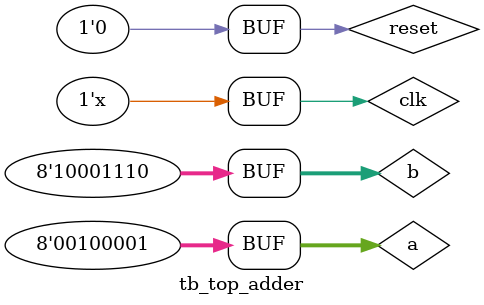
<source format=v>
`timescale 1ns / 1ps

module tb_top_adder ();

    reg clk, reset;
    reg [7:0] a, b;

    wire [7:0] fnd_data;
    wire [3:0] fnd_digit;


    top_adder u_top_adder (
        .clk      (clk),
        .reset    (reset),
        .a        (a),
        .b        (b),
        .fnd_data (fnd_data),
        .fnd_digit(fnd_digit)
    );

    //clk
    always #5 clk = ~clk;

    initial begin
        //init
        #0;
        reset = 1'b1;
        clk = 1'b0;

        //reset
        #40;
        reset = 1'b0;


        #10;
        a= 33;
        b = 142;

    end

endmodule


</source>
